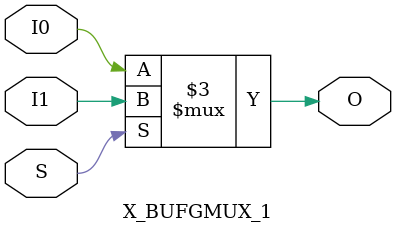
<source format=v>

`timescale 1 ps/1 ps

module X_BUFGMUX_1 (O, I0, I1, S);

    output O;

    input  I0, I1, S;

    reg    O;
    
        always @(I0 or I1 or S) begin

            if (S)
                O <= I1;

            else
                O <= I0;

        end

endmodule

</source>
